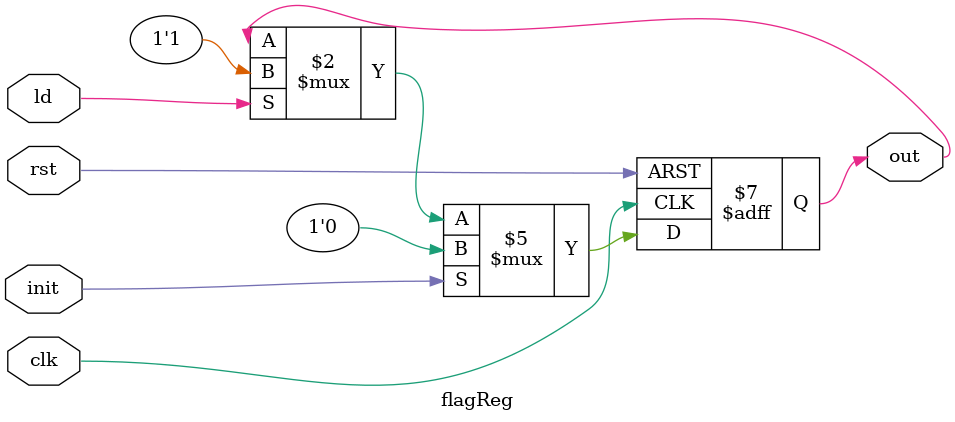
<source format=v>
module Reg7(input init, ld, clk, rst,input [6:0] in,output reg [6:0] out);
  always @(posedge clk,posedge rst) begin
    if(rst) out<=7'b 0;
    else begin
      if(init) out<=7'b 0;
      else if(ld) out<=in;
    end
  end
endmodule

module Reg14(input init, ld, clk, rst,input [13:0] in,output reg [13:0] out);
  always @(posedge clk,posedge rst) begin
    if(rst) out<=14'b 0;
    else begin
      if(init) out<=14'b 0;
      else if(ld) out<=in;
    end
  end
endmodule

module Reg2(input init, ld, clk, rst,input [1:0] in,output reg [1:0] out);
  always @(posedge clk,posedge rst) begin
    if(rst) out<=2'b 0;
    else begin
      if(init) out<=2'b 0;
      else if(ld) out<=in;
    end
  end
endmodule

module bReg(input init, ld, clk, rst,input [13:0] in,output reg [13:0] out);
  always @(posedge clk,posedge rst) begin
    if(rst) out<=14'b 0;
    else begin
      if(init) out<=14'b 00000000000000;
      else if(ld) out<=in;
    end
  end
endmodule

module flagReg(input init, ld, clk, rst,output reg out);
  always @(posedge clk,posedge rst) begin
    if(rst) out<=0;
    else begin
      if(init) out<=0;
      else if(ld) out<=1;
    end
  end
endmodule
</source>
